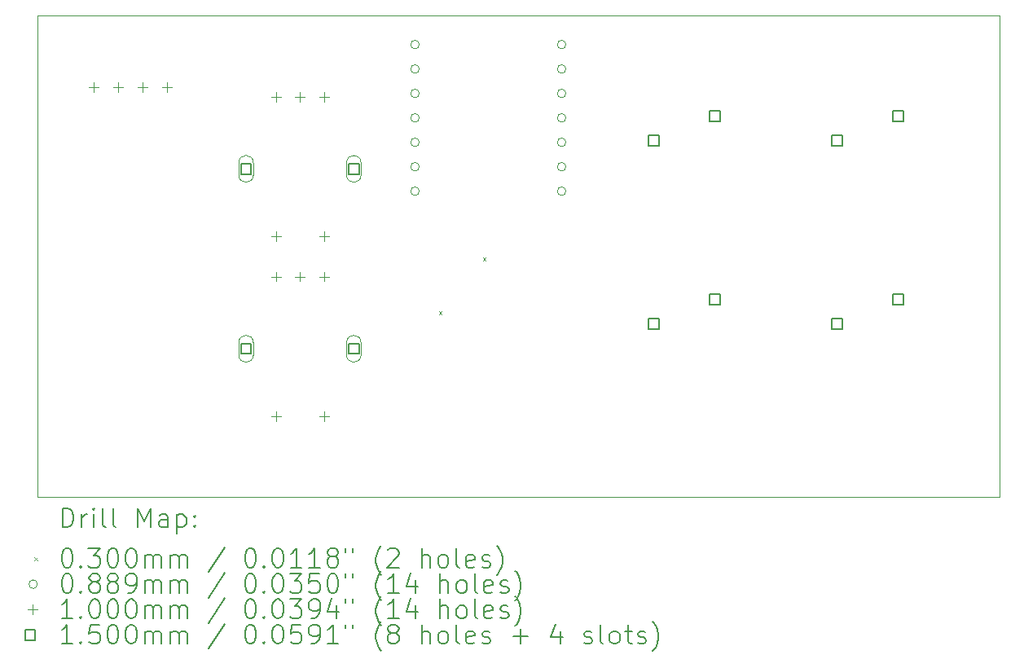
<source format=gbr>
%TF.GenerationSoftware,KiCad,Pcbnew,8.0.6*%
%TF.CreationDate,2025-05-30T09:44:14-05:00*%
%TF.ProjectId,HackPad,4861636b-5061-4642-9e6b-696361645f70,rev?*%
%TF.SameCoordinates,Original*%
%TF.FileFunction,Drillmap*%
%TF.FilePolarity,Positive*%
%FSLAX45Y45*%
G04 Gerber Fmt 4.5, Leading zero omitted, Abs format (unit mm)*
G04 Created by KiCad (PCBNEW 8.0.6) date 2025-05-30 09:44:14*
%MOMM*%
%LPD*%
G01*
G04 APERTURE LIST*
%ADD10C,0.050000*%
%ADD11C,0.200000*%
%ADD12C,0.100000*%
%ADD13C,0.150000*%
G04 APERTURE END LIST*
D10*
X8454375Y-8901563D02*
X18454375Y-8901563D01*
X18454375Y-13901562D01*
X8454375Y-13901562D01*
X8454375Y-8901563D01*
D11*
D12*
X12625000Y-11975000D02*
X12655000Y-12005000D01*
X12655000Y-11975000D02*
X12625000Y-12005000D01*
X13081875Y-11415000D02*
X13111875Y-11445000D01*
X13111875Y-11415000D02*
X13081875Y-11445000D01*
X12420450Y-9200000D02*
G75*
G02*
X12331550Y-9200000I-44450J0D01*
G01*
X12331550Y-9200000D02*
G75*
G02*
X12420450Y-9200000I44450J0D01*
G01*
X12420450Y-9454000D02*
G75*
G02*
X12331550Y-9454000I-44450J0D01*
G01*
X12331550Y-9454000D02*
G75*
G02*
X12420450Y-9454000I44450J0D01*
G01*
X12420450Y-9708000D02*
G75*
G02*
X12331550Y-9708000I-44450J0D01*
G01*
X12331550Y-9708000D02*
G75*
G02*
X12420450Y-9708000I44450J0D01*
G01*
X12420450Y-9962000D02*
G75*
G02*
X12331550Y-9962000I-44450J0D01*
G01*
X12331550Y-9962000D02*
G75*
G02*
X12420450Y-9962000I44450J0D01*
G01*
X12420450Y-10216000D02*
G75*
G02*
X12331550Y-10216000I-44450J0D01*
G01*
X12331550Y-10216000D02*
G75*
G02*
X12420450Y-10216000I44450J0D01*
G01*
X12420450Y-10470000D02*
G75*
G02*
X12331550Y-10470000I-44450J0D01*
G01*
X12331550Y-10470000D02*
G75*
G02*
X12420450Y-10470000I44450J0D01*
G01*
X12420450Y-10724000D02*
G75*
G02*
X12331550Y-10724000I-44450J0D01*
G01*
X12331550Y-10724000D02*
G75*
G02*
X12420450Y-10724000I44450J0D01*
G01*
X13944450Y-9200000D02*
G75*
G02*
X13855550Y-9200000I-44450J0D01*
G01*
X13855550Y-9200000D02*
G75*
G02*
X13944450Y-9200000I44450J0D01*
G01*
X13944450Y-9454000D02*
G75*
G02*
X13855550Y-9454000I-44450J0D01*
G01*
X13855550Y-9454000D02*
G75*
G02*
X13944450Y-9454000I44450J0D01*
G01*
X13944450Y-9708000D02*
G75*
G02*
X13855550Y-9708000I-44450J0D01*
G01*
X13855550Y-9708000D02*
G75*
G02*
X13944450Y-9708000I44450J0D01*
G01*
X13944450Y-9962000D02*
G75*
G02*
X13855550Y-9962000I-44450J0D01*
G01*
X13855550Y-9962000D02*
G75*
G02*
X13944450Y-9962000I44450J0D01*
G01*
X13944450Y-10216000D02*
G75*
G02*
X13855550Y-10216000I-44450J0D01*
G01*
X13855550Y-10216000D02*
G75*
G02*
X13944450Y-10216000I44450J0D01*
G01*
X13944450Y-10470000D02*
G75*
G02*
X13855550Y-10470000I-44450J0D01*
G01*
X13855550Y-10470000D02*
G75*
G02*
X13944450Y-10470000I44450J0D01*
G01*
X13944450Y-10724000D02*
G75*
G02*
X13855550Y-10724000I-44450J0D01*
G01*
X13855550Y-10724000D02*
G75*
G02*
X13944450Y-10724000I44450J0D01*
G01*
X9038000Y-9590063D02*
X9038000Y-9690063D01*
X8988000Y-9640063D02*
X9088000Y-9640063D01*
X9292000Y-9590063D02*
X9292000Y-9690063D01*
X9242000Y-9640063D02*
X9342000Y-9640063D01*
X9546000Y-9590063D02*
X9546000Y-9690063D01*
X9496000Y-9640063D02*
X9596000Y-9640063D01*
X9800000Y-9590063D02*
X9800000Y-9690063D01*
X9750000Y-9640063D02*
X9850000Y-9640063D01*
X10930000Y-9691875D02*
X10930000Y-9791875D01*
X10880000Y-9741875D02*
X10980000Y-9741875D01*
X10930000Y-11141875D02*
X10930000Y-11241875D01*
X10880000Y-11191875D02*
X10980000Y-11191875D01*
X10930000Y-11561250D02*
X10930000Y-11661250D01*
X10880000Y-11611250D02*
X10980000Y-11611250D01*
X10930000Y-13011250D02*
X10930000Y-13111250D01*
X10880000Y-13061250D02*
X10980000Y-13061250D01*
X11180000Y-9691875D02*
X11180000Y-9791875D01*
X11130000Y-9741875D02*
X11230000Y-9741875D01*
X11180000Y-11561250D02*
X11180000Y-11661250D01*
X11130000Y-11611250D02*
X11230000Y-11611250D01*
X11430000Y-9691875D02*
X11430000Y-9791875D01*
X11380000Y-9741875D02*
X11480000Y-9741875D01*
X11430000Y-11141875D02*
X11430000Y-11241875D01*
X11380000Y-11191875D02*
X11480000Y-11191875D01*
X11430000Y-11561250D02*
X11430000Y-11661250D01*
X11380000Y-11611250D02*
X11480000Y-11611250D01*
X11430000Y-13011250D02*
X11430000Y-13111250D01*
X11380000Y-13061250D02*
X11480000Y-13061250D01*
D13*
X10673034Y-10544909D02*
X10673034Y-10438842D01*
X10566967Y-10438842D01*
X10566967Y-10544909D01*
X10673034Y-10544909D01*
D12*
X10545000Y-10426875D02*
X10545000Y-10556875D01*
X10695000Y-10556875D02*
G75*
G02*
X10545000Y-10556875I-75000J0D01*
G01*
X10695000Y-10556875D02*
X10695000Y-10426875D01*
X10695000Y-10426875D02*
G75*
G03*
X10545000Y-10426875I-75000J0D01*
G01*
D13*
X10673034Y-12414283D02*
X10673034Y-12308216D01*
X10566967Y-12308216D01*
X10566967Y-12414283D01*
X10673034Y-12414283D01*
D12*
X10545000Y-12296250D02*
X10545000Y-12426250D01*
X10695000Y-12426250D02*
G75*
G02*
X10545000Y-12426250I-75000J0D01*
G01*
X10695000Y-12426250D02*
X10695000Y-12296250D01*
X10695000Y-12296250D02*
G75*
G03*
X10545000Y-12296250I-75000J0D01*
G01*
D13*
X11793033Y-10544909D02*
X11793033Y-10438842D01*
X11686966Y-10438842D01*
X11686966Y-10544909D01*
X11793033Y-10544909D01*
D12*
X11665000Y-10426875D02*
X11665000Y-10556875D01*
X11815000Y-10556875D02*
G75*
G02*
X11665000Y-10556875I-75000J0D01*
G01*
X11815000Y-10556875D02*
X11815000Y-10426875D01*
X11815000Y-10426875D02*
G75*
G03*
X11665000Y-10426875I-75000J0D01*
G01*
D13*
X11793033Y-12414283D02*
X11793033Y-12308216D01*
X11686966Y-12308216D01*
X11686966Y-12414283D01*
X11793033Y-12414283D01*
D12*
X11665000Y-12296250D02*
X11665000Y-12426250D01*
X11815000Y-12426250D02*
G75*
G02*
X11665000Y-12426250I-75000J0D01*
G01*
X11815000Y-12426250D02*
X11815000Y-12296250D01*
X11815000Y-12296250D02*
G75*
G03*
X11665000Y-12296250I-75000J0D01*
G01*
D13*
X14912033Y-10248096D02*
X14912033Y-10142029D01*
X14805966Y-10142029D01*
X14805966Y-10248096D01*
X14912033Y-10248096D01*
X14912033Y-12153096D02*
X14912033Y-12047029D01*
X14805966Y-12047029D01*
X14805966Y-12153096D01*
X14912033Y-12153096D01*
X15547033Y-9994096D02*
X15547033Y-9888029D01*
X15440966Y-9888029D01*
X15440966Y-9994096D01*
X15547033Y-9994096D01*
X15547033Y-11899096D02*
X15547033Y-11793029D01*
X15440966Y-11793029D01*
X15440966Y-11899096D01*
X15547033Y-11899096D01*
X16817034Y-10248096D02*
X16817034Y-10142029D01*
X16710966Y-10142029D01*
X16710966Y-10248096D01*
X16817034Y-10248096D01*
X16817034Y-12153096D02*
X16817034Y-12047029D01*
X16710966Y-12047029D01*
X16710966Y-12153096D01*
X16817034Y-12153096D01*
X17452034Y-9994096D02*
X17452034Y-9888029D01*
X17345967Y-9888029D01*
X17345967Y-9994096D01*
X17452034Y-9994096D01*
X17452034Y-11899096D02*
X17452034Y-11793029D01*
X17345967Y-11793029D01*
X17345967Y-11899096D01*
X17452034Y-11899096D01*
D11*
X8712652Y-14215546D02*
X8712652Y-14015546D01*
X8712652Y-14015546D02*
X8760271Y-14015546D01*
X8760271Y-14015546D02*
X8788842Y-14025070D01*
X8788842Y-14025070D02*
X8807890Y-14044118D01*
X8807890Y-14044118D02*
X8817414Y-14063165D01*
X8817414Y-14063165D02*
X8826938Y-14101260D01*
X8826938Y-14101260D02*
X8826938Y-14129832D01*
X8826938Y-14129832D02*
X8817414Y-14167927D01*
X8817414Y-14167927D02*
X8807890Y-14186975D01*
X8807890Y-14186975D02*
X8788842Y-14206022D01*
X8788842Y-14206022D02*
X8760271Y-14215546D01*
X8760271Y-14215546D02*
X8712652Y-14215546D01*
X8912652Y-14215546D02*
X8912652Y-14082213D01*
X8912652Y-14120308D02*
X8922176Y-14101260D01*
X8922176Y-14101260D02*
X8931699Y-14091737D01*
X8931699Y-14091737D02*
X8950747Y-14082213D01*
X8950747Y-14082213D02*
X8969795Y-14082213D01*
X9036461Y-14215546D02*
X9036461Y-14082213D01*
X9036461Y-14015546D02*
X9026938Y-14025070D01*
X9026938Y-14025070D02*
X9036461Y-14034594D01*
X9036461Y-14034594D02*
X9045985Y-14025070D01*
X9045985Y-14025070D02*
X9036461Y-14015546D01*
X9036461Y-14015546D02*
X9036461Y-14034594D01*
X9160271Y-14215546D02*
X9141223Y-14206022D01*
X9141223Y-14206022D02*
X9131699Y-14186975D01*
X9131699Y-14186975D02*
X9131699Y-14015546D01*
X9265033Y-14215546D02*
X9245985Y-14206022D01*
X9245985Y-14206022D02*
X9236461Y-14186975D01*
X9236461Y-14186975D02*
X9236461Y-14015546D01*
X9493604Y-14215546D02*
X9493604Y-14015546D01*
X9493604Y-14015546D02*
X9560271Y-14158403D01*
X9560271Y-14158403D02*
X9626938Y-14015546D01*
X9626938Y-14015546D02*
X9626938Y-14215546D01*
X9807890Y-14215546D02*
X9807890Y-14110784D01*
X9807890Y-14110784D02*
X9798366Y-14091737D01*
X9798366Y-14091737D02*
X9779319Y-14082213D01*
X9779319Y-14082213D02*
X9741223Y-14082213D01*
X9741223Y-14082213D02*
X9722176Y-14091737D01*
X9807890Y-14206022D02*
X9788842Y-14215546D01*
X9788842Y-14215546D02*
X9741223Y-14215546D01*
X9741223Y-14215546D02*
X9722176Y-14206022D01*
X9722176Y-14206022D02*
X9712652Y-14186975D01*
X9712652Y-14186975D02*
X9712652Y-14167927D01*
X9712652Y-14167927D02*
X9722176Y-14148880D01*
X9722176Y-14148880D02*
X9741223Y-14139356D01*
X9741223Y-14139356D02*
X9788842Y-14139356D01*
X9788842Y-14139356D02*
X9807890Y-14129832D01*
X9903128Y-14082213D02*
X9903128Y-14282213D01*
X9903128Y-14091737D02*
X9922176Y-14082213D01*
X9922176Y-14082213D02*
X9960271Y-14082213D01*
X9960271Y-14082213D02*
X9979319Y-14091737D01*
X9979319Y-14091737D02*
X9988842Y-14101260D01*
X9988842Y-14101260D02*
X9998366Y-14120308D01*
X9998366Y-14120308D02*
X9998366Y-14177451D01*
X9998366Y-14177451D02*
X9988842Y-14196499D01*
X9988842Y-14196499D02*
X9979319Y-14206022D01*
X9979319Y-14206022D02*
X9960271Y-14215546D01*
X9960271Y-14215546D02*
X9922176Y-14215546D01*
X9922176Y-14215546D02*
X9903128Y-14206022D01*
X10084080Y-14196499D02*
X10093604Y-14206022D01*
X10093604Y-14206022D02*
X10084080Y-14215546D01*
X10084080Y-14215546D02*
X10074557Y-14206022D01*
X10074557Y-14206022D02*
X10084080Y-14196499D01*
X10084080Y-14196499D02*
X10084080Y-14215546D01*
X10084080Y-14091737D02*
X10093604Y-14101260D01*
X10093604Y-14101260D02*
X10084080Y-14110784D01*
X10084080Y-14110784D02*
X10074557Y-14101260D01*
X10074557Y-14101260D02*
X10084080Y-14091737D01*
X10084080Y-14091737D02*
X10084080Y-14110784D01*
D12*
X8421875Y-14529062D02*
X8451875Y-14559062D01*
X8451875Y-14529062D02*
X8421875Y-14559062D01*
D11*
X8750747Y-14435546D02*
X8769795Y-14435546D01*
X8769795Y-14435546D02*
X8788842Y-14445070D01*
X8788842Y-14445070D02*
X8798366Y-14454594D01*
X8798366Y-14454594D02*
X8807890Y-14473641D01*
X8807890Y-14473641D02*
X8817414Y-14511737D01*
X8817414Y-14511737D02*
X8817414Y-14559356D01*
X8817414Y-14559356D02*
X8807890Y-14597451D01*
X8807890Y-14597451D02*
X8798366Y-14616499D01*
X8798366Y-14616499D02*
X8788842Y-14626022D01*
X8788842Y-14626022D02*
X8769795Y-14635546D01*
X8769795Y-14635546D02*
X8750747Y-14635546D01*
X8750747Y-14635546D02*
X8731699Y-14626022D01*
X8731699Y-14626022D02*
X8722176Y-14616499D01*
X8722176Y-14616499D02*
X8712652Y-14597451D01*
X8712652Y-14597451D02*
X8703128Y-14559356D01*
X8703128Y-14559356D02*
X8703128Y-14511737D01*
X8703128Y-14511737D02*
X8712652Y-14473641D01*
X8712652Y-14473641D02*
X8722176Y-14454594D01*
X8722176Y-14454594D02*
X8731699Y-14445070D01*
X8731699Y-14445070D02*
X8750747Y-14435546D01*
X8903128Y-14616499D02*
X8912652Y-14626022D01*
X8912652Y-14626022D02*
X8903128Y-14635546D01*
X8903128Y-14635546D02*
X8893604Y-14626022D01*
X8893604Y-14626022D02*
X8903128Y-14616499D01*
X8903128Y-14616499D02*
X8903128Y-14635546D01*
X8979319Y-14435546D02*
X9103128Y-14435546D01*
X9103128Y-14435546D02*
X9036461Y-14511737D01*
X9036461Y-14511737D02*
X9065033Y-14511737D01*
X9065033Y-14511737D02*
X9084080Y-14521260D01*
X9084080Y-14521260D02*
X9093604Y-14530784D01*
X9093604Y-14530784D02*
X9103128Y-14549832D01*
X9103128Y-14549832D02*
X9103128Y-14597451D01*
X9103128Y-14597451D02*
X9093604Y-14616499D01*
X9093604Y-14616499D02*
X9084080Y-14626022D01*
X9084080Y-14626022D02*
X9065033Y-14635546D01*
X9065033Y-14635546D02*
X9007890Y-14635546D01*
X9007890Y-14635546D02*
X8988842Y-14626022D01*
X8988842Y-14626022D02*
X8979319Y-14616499D01*
X9226938Y-14435546D02*
X9245985Y-14435546D01*
X9245985Y-14435546D02*
X9265033Y-14445070D01*
X9265033Y-14445070D02*
X9274557Y-14454594D01*
X9274557Y-14454594D02*
X9284080Y-14473641D01*
X9284080Y-14473641D02*
X9293604Y-14511737D01*
X9293604Y-14511737D02*
X9293604Y-14559356D01*
X9293604Y-14559356D02*
X9284080Y-14597451D01*
X9284080Y-14597451D02*
X9274557Y-14616499D01*
X9274557Y-14616499D02*
X9265033Y-14626022D01*
X9265033Y-14626022D02*
X9245985Y-14635546D01*
X9245985Y-14635546D02*
X9226938Y-14635546D01*
X9226938Y-14635546D02*
X9207890Y-14626022D01*
X9207890Y-14626022D02*
X9198366Y-14616499D01*
X9198366Y-14616499D02*
X9188842Y-14597451D01*
X9188842Y-14597451D02*
X9179319Y-14559356D01*
X9179319Y-14559356D02*
X9179319Y-14511737D01*
X9179319Y-14511737D02*
X9188842Y-14473641D01*
X9188842Y-14473641D02*
X9198366Y-14454594D01*
X9198366Y-14454594D02*
X9207890Y-14445070D01*
X9207890Y-14445070D02*
X9226938Y-14435546D01*
X9417414Y-14435546D02*
X9436461Y-14435546D01*
X9436461Y-14435546D02*
X9455509Y-14445070D01*
X9455509Y-14445070D02*
X9465033Y-14454594D01*
X9465033Y-14454594D02*
X9474557Y-14473641D01*
X9474557Y-14473641D02*
X9484080Y-14511737D01*
X9484080Y-14511737D02*
X9484080Y-14559356D01*
X9484080Y-14559356D02*
X9474557Y-14597451D01*
X9474557Y-14597451D02*
X9465033Y-14616499D01*
X9465033Y-14616499D02*
X9455509Y-14626022D01*
X9455509Y-14626022D02*
X9436461Y-14635546D01*
X9436461Y-14635546D02*
X9417414Y-14635546D01*
X9417414Y-14635546D02*
X9398366Y-14626022D01*
X9398366Y-14626022D02*
X9388842Y-14616499D01*
X9388842Y-14616499D02*
X9379319Y-14597451D01*
X9379319Y-14597451D02*
X9369795Y-14559356D01*
X9369795Y-14559356D02*
X9369795Y-14511737D01*
X9369795Y-14511737D02*
X9379319Y-14473641D01*
X9379319Y-14473641D02*
X9388842Y-14454594D01*
X9388842Y-14454594D02*
X9398366Y-14445070D01*
X9398366Y-14445070D02*
X9417414Y-14435546D01*
X9569795Y-14635546D02*
X9569795Y-14502213D01*
X9569795Y-14521260D02*
X9579319Y-14511737D01*
X9579319Y-14511737D02*
X9598366Y-14502213D01*
X9598366Y-14502213D02*
X9626938Y-14502213D01*
X9626938Y-14502213D02*
X9645985Y-14511737D01*
X9645985Y-14511737D02*
X9655509Y-14530784D01*
X9655509Y-14530784D02*
X9655509Y-14635546D01*
X9655509Y-14530784D02*
X9665033Y-14511737D01*
X9665033Y-14511737D02*
X9684080Y-14502213D01*
X9684080Y-14502213D02*
X9712652Y-14502213D01*
X9712652Y-14502213D02*
X9731700Y-14511737D01*
X9731700Y-14511737D02*
X9741223Y-14530784D01*
X9741223Y-14530784D02*
X9741223Y-14635546D01*
X9836461Y-14635546D02*
X9836461Y-14502213D01*
X9836461Y-14521260D02*
X9845985Y-14511737D01*
X9845985Y-14511737D02*
X9865033Y-14502213D01*
X9865033Y-14502213D02*
X9893604Y-14502213D01*
X9893604Y-14502213D02*
X9912652Y-14511737D01*
X9912652Y-14511737D02*
X9922176Y-14530784D01*
X9922176Y-14530784D02*
X9922176Y-14635546D01*
X9922176Y-14530784D02*
X9931700Y-14511737D01*
X9931700Y-14511737D02*
X9950747Y-14502213D01*
X9950747Y-14502213D02*
X9979319Y-14502213D01*
X9979319Y-14502213D02*
X9998366Y-14511737D01*
X9998366Y-14511737D02*
X10007890Y-14530784D01*
X10007890Y-14530784D02*
X10007890Y-14635546D01*
X10398366Y-14426022D02*
X10226938Y-14683165D01*
X10655509Y-14435546D02*
X10674557Y-14435546D01*
X10674557Y-14435546D02*
X10693604Y-14445070D01*
X10693604Y-14445070D02*
X10703128Y-14454594D01*
X10703128Y-14454594D02*
X10712652Y-14473641D01*
X10712652Y-14473641D02*
X10722176Y-14511737D01*
X10722176Y-14511737D02*
X10722176Y-14559356D01*
X10722176Y-14559356D02*
X10712652Y-14597451D01*
X10712652Y-14597451D02*
X10703128Y-14616499D01*
X10703128Y-14616499D02*
X10693604Y-14626022D01*
X10693604Y-14626022D02*
X10674557Y-14635546D01*
X10674557Y-14635546D02*
X10655509Y-14635546D01*
X10655509Y-14635546D02*
X10636462Y-14626022D01*
X10636462Y-14626022D02*
X10626938Y-14616499D01*
X10626938Y-14616499D02*
X10617414Y-14597451D01*
X10617414Y-14597451D02*
X10607890Y-14559356D01*
X10607890Y-14559356D02*
X10607890Y-14511737D01*
X10607890Y-14511737D02*
X10617414Y-14473641D01*
X10617414Y-14473641D02*
X10626938Y-14454594D01*
X10626938Y-14454594D02*
X10636462Y-14445070D01*
X10636462Y-14445070D02*
X10655509Y-14435546D01*
X10807890Y-14616499D02*
X10817414Y-14626022D01*
X10817414Y-14626022D02*
X10807890Y-14635546D01*
X10807890Y-14635546D02*
X10798366Y-14626022D01*
X10798366Y-14626022D02*
X10807890Y-14616499D01*
X10807890Y-14616499D02*
X10807890Y-14635546D01*
X10941223Y-14435546D02*
X10960271Y-14435546D01*
X10960271Y-14435546D02*
X10979319Y-14445070D01*
X10979319Y-14445070D02*
X10988843Y-14454594D01*
X10988843Y-14454594D02*
X10998366Y-14473641D01*
X10998366Y-14473641D02*
X11007890Y-14511737D01*
X11007890Y-14511737D02*
X11007890Y-14559356D01*
X11007890Y-14559356D02*
X10998366Y-14597451D01*
X10998366Y-14597451D02*
X10988843Y-14616499D01*
X10988843Y-14616499D02*
X10979319Y-14626022D01*
X10979319Y-14626022D02*
X10960271Y-14635546D01*
X10960271Y-14635546D02*
X10941223Y-14635546D01*
X10941223Y-14635546D02*
X10922176Y-14626022D01*
X10922176Y-14626022D02*
X10912652Y-14616499D01*
X10912652Y-14616499D02*
X10903128Y-14597451D01*
X10903128Y-14597451D02*
X10893604Y-14559356D01*
X10893604Y-14559356D02*
X10893604Y-14511737D01*
X10893604Y-14511737D02*
X10903128Y-14473641D01*
X10903128Y-14473641D02*
X10912652Y-14454594D01*
X10912652Y-14454594D02*
X10922176Y-14445070D01*
X10922176Y-14445070D02*
X10941223Y-14435546D01*
X11198366Y-14635546D02*
X11084081Y-14635546D01*
X11141223Y-14635546D02*
X11141223Y-14435546D01*
X11141223Y-14435546D02*
X11122176Y-14464118D01*
X11122176Y-14464118D02*
X11103128Y-14483165D01*
X11103128Y-14483165D02*
X11084081Y-14492689D01*
X11388842Y-14635546D02*
X11274557Y-14635546D01*
X11331700Y-14635546D02*
X11331700Y-14435546D01*
X11331700Y-14435546D02*
X11312652Y-14464118D01*
X11312652Y-14464118D02*
X11293604Y-14483165D01*
X11293604Y-14483165D02*
X11274557Y-14492689D01*
X11503128Y-14521260D02*
X11484081Y-14511737D01*
X11484081Y-14511737D02*
X11474557Y-14502213D01*
X11474557Y-14502213D02*
X11465033Y-14483165D01*
X11465033Y-14483165D02*
X11465033Y-14473641D01*
X11465033Y-14473641D02*
X11474557Y-14454594D01*
X11474557Y-14454594D02*
X11484081Y-14445070D01*
X11484081Y-14445070D02*
X11503128Y-14435546D01*
X11503128Y-14435546D02*
X11541223Y-14435546D01*
X11541223Y-14435546D02*
X11560271Y-14445070D01*
X11560271Y-14445070D02*
X11569795Y-14454594D01*
X11569795Y-14454594D02*
X11579319Y-14473641D01*
X11579319Y-14473641D02*
X11579319Y-14483165D01*
X11579319Y-14483165D02*
X11569795Y-14502213D01*
X11569795Y-14502213D02*
X11560271Y-14511737D01*
X11560271Y-14511737D02*
X11541223Y-14521260D01*
X11541223Y-14521260D02*
X11503128Y-14521260D01*
X11503128Y-14521260D02*
X11484081Y-14530784D01*
X11484081Y-14530784D02*
X11474557Y-14540308D01*
X11474557Y-14540308D02*
X11465033Y-14559356D01*
X11465033Y-14559356D02*
X11465033Y-14597451D01*
X11465033Y-14597451D02*
X11474557Y-14616499D01*
X11474557Y-14616499D02*
X11484081Y-14626022D01*
X11484081Y-14626022D02*
X11503128Y-14635546D01*
X11503128Y-14635546D02*
X11541223Y-14635546D01*
X11541223Y-14635546D02*
X11560271Y-14626022D01*
X11560271Y-14626022D02*
X11569795Y-14616499D01*
X11569795Y-14616499D02*
X11579319Y-14597451D01*
X11579319Y-14597451D02*
X11579319Y-14559356D01*
X11579319Y-14559356D02*
X11569795Y-14540308D01*
X11569795Y-14540308D02*
X11560271Y-14530784D01*
X11560271Y-14530784D02*
X11541223Y-14521260D01*
X11655509Y-14435546D02*
X11655509Y-14473641D01*
X11731700Y-14435546D02*
X11731700Y-14473641D01*
X12026938Y-14711737D02*
X12017414Y-14702213D01*
X12017414Y-14702213D02*
X11998366Y-14673641D01*
X11998366Y-14673641D02*
X11988843Y-14654594D01*
X11988843Y-14654594D02*
X11979319Y-14626022D01*
X11979319Y-14626022D02*
X11969795Y-14578403D01*
X11969795Y-14578403D02*
X11969795Y-14540308D01*
X11969795Y-14540308D02*
X11979319Y-14492689D01*
X11979319Y-14492689D02*
X11988843Y-14464118D01*
X11988843Y-14464118D02*
X11998366Y-14445070D01*
X11998366Y-14445070D02*
X12017414Y-14416499D01*
X12017414Y-14416499D02*
X12026938Y-14406975D01*
X12093604Y-14454594D02*
X12103128Y-14445070D01*
X12103128Y-14445070D02*
X12122176Y-14435546D01*
X12122176Y-14435546D02*
X12169795Y-14435546D01*
X12169795Y-14435546D02*
X12188843Y-14445070D01*
X12188843Y-14445070D02*
X12198366Y-14454594D01*
X12198366Y-14454594D02*
X12207890Y-14473641D01*
X12207890Y-14473641D02*
X12207890Y-14492689D01*
X12207890Y-14492689D02*
X12198366Y-14521260D01*
X12198366Y-14521260D02*
X12084081Y-14635546D01*
X12084081Y-14635546D02*
X12207890Y-14635546D01*
X12445985Y-14635546D02*
X12445985Y-14435546D01*
X12531700Y-14635546D02*
X12531700Y-14530784D01*
X12531700Y-14530784D02*
X12522176Y-14511737D01*
X12522176Y-14511737D02*
X12503128Y-14502213D01*
X12503128Y-14502213D02*
X12474557Y-14502213D01*
X12474557Y-14502213D02*
X12455509Y-14511737D01*
X12455509Y-14511737D02*
X12445985Y-14521260D01*
X12655509Y-14635546D02*
X12636462Y-14626022D01*
X12636462Y-14626022D02*
X12626938Y-14616499D01*
X12626938Y-14616499D02*
X12617414Y-14597451D01*
X12617414Y-14597451D02*
X12617414Y-14540308D01*
X12617414Y-14540308D02*
X12626938Y-14521260D01*
X12626938Y-14521260D02*
X12636462Y-14511737D01*
X12636462Y-14511737D02*
X12655509Y-14502213D01*
X12655509Y-14502213D02*
X12684081Y-14502213D01*
X12684081Y-14502213D02*
X12703128Y-14511737D01*
X12703128Y-14511737D02*
X12712652Y-14521260D01*
X12712652Y-14521260D02*
X12722176Y-14540308D01*
X12722176Y-14540308D02*
X12722176Y-14597451D01*
X12722176Y-14597451D02*
X12712652Y-14616499D01*
X12712652Y-14616499D02*
X12703128Y-14626022D01*
X12703128Y-14626022D02*
X12684081Y-14635546D01*
X12684081Y-14635546D02*
X12655509Y-14635546D01*
X12836462Y-14635546D02*
X12817414Y-14626022D01*
X12817414Y-14626022D02*
X12807890Y-14606975D01*
X12807890Y-14606975D02*
X12807890Y-14435546D01*
X12988843Y-14626022D02*
X12969795Y-14635546D01*
X12969795Y-14635546D02*
X12931700Y-14635546D01*
X12931700Y-14635546D02*
X12912652Y-14626022D01*
X12912652Y-14626022D02*
X12903128Y-14606975D01*
X12903128Y-14606975D02*
X12903128Y-14530784D01*
X12903128Y-14530784D02*
X12912652Y-14511737D01*
X12912652Y-14511737D02*
X12931700Y-14502213D01*
X12931700Y-14502213D02*
X12969795Y-14502213D01*
X12969795Y-14502213D02*
X12988843Y-14511737D01*
X12988843Y-14511737D02*
X12998366Y-14530784D01*
X12998366Y-14530784D02*
X12998366Y-14549832D01*
X12998366Y-14549832D02*
X12903128Y-14568880D01*
X13074557Y-14626022D02*
X13093605Y-14635546D01*
X13093605Y-14635546D02*
X13131700Y-14635546D01*
X13131700Y-14635546D02*
X13150747Y-14626022D01*
X13150747Y-14626022D02*
X13160271Y-14606975D01*
X13160271Y-14606975D02*
X13160271Y-14597451D01*
X13160271Y-14597451D02*
X13150747Y-14578403D01*
X13150747Y-14578403D02*
X13131700Y-14568880D01*
X13131700Y-14568880D02*
X13103128Y-14568880D01*
X13103128Y-14568880D02*
X13084081Y-14559356D01*
X13084081Y-14559356D02*
X13074557Y-14540308D01*
X13074557Y-14540308D02*
X13074557Y-14530784D01*
X13074557Y-14530784D02*
X13084081Y-14511737D01*
X13084081Y-14511737D02*
X13103128Y-14502213D01*
X13103128Y-14502213D02*
X13131700Y-14502213D01*
X13131700Y-14502213D02*
X13150747Y-14511737D01*
X13226938Y-14711737D02*
X13236462Y-14702213D01*
X13236462Y-14702213D02*
X13255509Y-14673641D01*
X13255509Y-14673641D02*
X13265033Y-14654594D01*
X13265033Y-14654594D02*
X13274557Y-14626022D01*
X13274557Y-14626022D02*
X13284081Y-14578403D01*
X13284081Y-14578403D02*
X13284081Y-14540308D01*
X13284081Y-14540308D02*
X13274557Y-14492689D01*
X13274557Y-14492689D02*
X13265033Y-14464118D01*
X13265033Y-14464118D02*
X13255509Y-14445070D01*
X13255509Y-14445070D02*
X13236462Y-14416499D01*
X13236462Y-14416499D02*
X13226938Y-14406975D01*
D12*
X8451875Y-14808062D02*
G75*
G02*
X8362975Y-14808062I-44450J0D01*
G01*
X8362975Y-14808062D02*
G75*
G02*
X8451875Y-14808062I44450J0D01*
G01*
D11*
X8750747Y-14699546D02*
X8769795Y-14699546D01*
X8769795Y-14699546D02*
X8788842Y-14709070D01*
X8788842Y-14709070D02*
X8798366Y-14718594D01*
X8798366Y-14718594D02*
X8807890Y-14737641D01*
X8807890Y-14737641D02*
X8817414Y-14775737D01*
X8817414Y-14775737D02*
X8817414Y-14823356D01*
X8817414Y-14823356D02*
X8807890Y-14861451D01*
X8807890Y-14861451D02*
X8798366Y-14880499D01*
X8798366Y-14880499D02*
X8788842Y-14890022D01*
X8788842Y-14890022D02*
X8769795Y-14899546D01*
X8769795Y-14899546D02*
X8750747Y-14899546D01*
X8750747Y-14899546D02*
X8731699Y-14890022D01*
X8731699Y-14890022D02*
X8722176Y-14880499D01*
X8722176Y-14880499D02*
X8712652Y-14861451D01*
X8712652Y-14861451D02*
X8703128Y-14823356D01*
X8703128Y-14823356D02*
X8703128Y-14775737D01*
X8703128Y-14775737D02*
X8712652Y-14737641D01*
X8712652Y-14737641D02*
X8722176Y-14718594D01*
X8722176Y-14718594D02*
X8731699Y-14709070D01*
X8731699Y-14709070D02*
X8750747Y-14699546D01*
X8903128Y-14880499D02*
X8912652Y-14890022D01*
X8912652Y-14890022D02*
X8903128Y-14899546D01*
X8903128Y-14899546D02*
X8893604Y-14890022D01*
X8893604Y-14890022D02*
X8903128Y-14880499D01*
X8903128Y-14880499D02*
X8903128Y-14899546D01*
X9026938Y-14785260D02*
X9007890Y-14775737D01*
X9007890Y-14775737D02*
X8998366Y-14766213D01*
X8998366Y-14766213D02*
X8988842Y-14747165D01*
X8988842Y-14747165D02*
X8988842Y-14737641D01*
X8988842Y-14737641D02*
X8998366Y-14718594D01*
X8998366Y-14718594D02*
X9007890Y-14709070D01*
X9007890Y-14709070D02*
X9026938Y-14699546D01*
X9026938Y-14699546D02*
X9065033Y-14699546D01*
X9065033Y-14699546D02*
X9084080Y-14709070D01*
X9084080Y-14709070D02*
X9093604Y-14718594D01*
X9093604Y-14718594D02*
X9103128Y-14737641D01*
X9103128Y-14737641D02*
X9103128Y-14747165D01*
X9103128Y-14747165D02*
X9093604Y-14766213D01*
X9093604Y-14766213D02*
X9084080Y-14775737D01*
X9084080Y-14775737D02*
X9065033Y-14785260D01*
X9065033Y-14785260D02*
X9026938Y-14785260D01*
X9026938Y-14785260D02*
X9007890Y-14794784D01*
X9007890Y-14794784D02*
X8998366Y-14804308D01*
X8998366Y-14804308D02*
X8988842Y-14823356D01*
X8988842Y-14823356D02*
X8988842Y-14861451D01*
X8988842Y-14861451D02*
X8998366Y-14880499D01*
X8998366Y-14880499D02*
X9007890Y-14890022D01*
X9007890Y-14890022D02*
X9026938Y-14899546D01*
X9026938Y-14899546D02*
X9065033Y-14899546D01*
X9065033Y-14899546D02*
X9084080Y-14890022D01*
X9084080Y-14890022D02*
X9093604Y-14880499D01*
X9093604Y-14880499D02*
X9103128Y-14861451D01*
X9103128Y-14861451D02*
X9103128Y-14823356D01*
X9103128Y-14823356D02*
X9093604Y-14804308D01*
X9093604Y-14804308D02*
X9084080Y-14794784D01*
X9084080Y-14794784D02*
X9065033Y-14785260D01*
X9217414Y-14785260D02*
X9198366Y-14775737D01*
X9198366Y-14775737D02*
X9188842Y-14766213D01*
X9188842Y-14766213D02*
X9179319Y-14747165D01*
X9179319Y-14747165D02*
X9179319Y-14737641D01*
X9179319Y-14737641D02*
X9188842Y-14718594D01*
X9188842Y-14718594D02*
X9198366Y-14709070D01*
X9198366Y-14709070D02*
X9217414Y-14699546D01*
X9217414Y-14699546D02*
X9255509Y-14699546D01*
X9255509Y-14699546D02*
X9274557Y-14709070D01*
X9274557Y-14709070D02*
X9284080Y-14718594D01*
X9284080Y-14718594D02*
X9293604Y-14737641D01*
X9293604Y-14737641D02*
X9293604Y-14747165D01*
X9293604Y-14747165D02*
X9284080Y-14766213D01*
X9284080Y-14766213D02*
X9274557Y-14775737D01*
X9274557Y-14775737D02*
X9255509Y-14785260D01*
X9255509Y-14785260D02*
X9217414Y-14785260D01*
X9217414Y-14785260D02*
X9198366Y-14794784D01*
X9198366Y-14794784D02*
X9188842Y-14804308D01*
X9188842Y-14804308D02*
X9179319Y-14823356D01*
X9179319Y-14823356D02*
X9179319Y-14861451D01*
X9179319Y-14861451D02*
X9188842Y-14880499D01*
X9188842Y-14880499D02*
X9198366Y-14890022D01*
X9198366Y-14890022D02*
X9217414Y-14899546D01*
X9217414Y-14899546D02*
X9255509Y-14899546D01*
X9255509Y-14899546D02*
X9274557Y-14890022D01*
X9274557Y-14890022D02*
X9284080Y-14880499D01*
X9284080Y-14880499D02*
X9293604Y-14861451D01*
X9293604Y-14861451D02*
X9293604Y-14823356D01*
X9293604Y-14823356D02*
X9284080Y-14804308D01*
X9284080Y-14804308D02*
X9274557Y-14794784D01*
X9274557Y-14794784D02*
X9255509Y-14785260D01*
X9388842Y-14899546D02*
X9426938Y-14899546D01*
X9426938Y-14899546D02*
X9445985Y-14890022D01*
X9445985Y-14890022D02*
X9455509Y-14880499D01*
X9455509Y-14880499D02*
X9474557Y-14851927D01*
X9474557Y-14851927D02*
X9484080Y-14813832D01*
X9484080Y-14813832D02*
X9484080Y-14737641D01*
X9484080Y-14737641D02*
X9474557Y-14718594D01*
X9474557Y-14718594D02*
X9465033Y-14709070D01*
X9465033Y-14709070D02*
X9445985Y-14699546D01*
X9445985Y-14699546D02*
X9407890Y-14699546D01*
X9407890Y-14699546D02*
X9388842Y-14709070D01*
X9388842Y-14709070D02*
X9379319Y-14718594D01*
X9379319Y-14718594D02*
X9369795Y-14737641D01*
X9369795Y-14737641D02*
X9369795Y-14785260D01*
X9369795Y-14785260D02*
X9379319Y-14804308D01*
X9379319Y-14804308D02*
X9388842Y-14813832D01*
X9388842Y-14813832D02*
X9407890Y-14823356D01*
X9407890Y-14823356D02*
X9445985Y-14823356D01*
X9445985Y-14823356D02*
X9465033Y-14813832D01*
X9465033Y-14813832D02*
X9474557Y-14804308D01*
X9474557Y-14804308D02*
X9484080Y-14785260D01*
X9569795Y-14899546D02*
X9569795Y-14766213D01*
X9569795Y-14785260D02*
X9579319Y-14775737D01*
X9579319Y-14775737D02*
X9598366Y-14766213D01*
X9598366Y-14766213D02*
X9626938Y-14766213D01*
X9626938Y-14766213D02*
X9645985Y-14775737D01*
X9645985Y-14775737D02*
X9655509Y-14794784D01*
X9655509Y-14794784D02*
X9655509Y-14899546D01*
X9655509Y-14794784D02*
X9665033Y-14775737D01*
X9665033Y-14775737D02*
X9684080Y-14766213D01*
X9684080Y-14766213D02*
X9712652Y-14766213D01*
X9712652Y-14766213D02*
X9731700Y-14775737D01*
X9731700Y-14775737D02*
X9741223Y-14794784D01*
X9741223Y-14794784D02*
X9741223Y-14899546D01*
X9836461Y-14899546D02*
X9836461Y-14766213D01*
X9836461Y-14785260D02*
X9845985Y-14775737D01*
X9845985Y-14775737D02*
X9865033Y-14766213D01*
X9865033Y-14766213D02*
X9893604Y-14766213D01*
X9893604Y-14766213D02*
X9912652Y-14775737D01*
X9912652Y-14775737D02*
X9922176Y-14794784D01*
X9922176Y-14794784D02*
X9922176Y-14899546D01*
X9922176Y-14794784D02*
X9931700Y-14775737D01*
X9931700Y-14775737D02*
X9950747Y-14766213D01*
X9950747Y-14766213D02*
X9979319Y-14766213D01*
X9979319Y-14766213D02*
X9998366Y-14775737D01*
X9998366Y-14775737D02*
X10007890Y-14794784D01*
X10007890Y-14794784D02*
X10007890Y-14899546D01*
X10398366Y-14690022D02*
X10226938Y-14947165D01*
X10655509Y-14699546D02*
X10674557Y-14699546D01*
X10674557Y-14699546D02*
X10693604Y-14709070D01*
X10693604Y-14709070D02*
X10703128Y-14718594D01*
X10703128Y-14718594D02*
X10712652Y-14737641D01*
X10712652Y-14737641D02*
X10722176Y-14775737D01*
X10722176Y-14775737D02*
X10722176Y-14823356D01*
X10722176Y-14823356D02*
X10712652Y-14861451D01*
X10712652Y-14861451D02*
X10703128Y-14880499D01*
X10703128Y-14880499D02*
X10693604Y-14890022D01*
X10693604Y-14890022D02*
X10674557Y-14899546D01*
X10674557Y-14899546D02*
X10655509Y-14899546D01*
X10655509Y-14899546D02*
X10636462Y-14890022D01*
X10636462Y-14890022D02*
X10626938Y-14880499D01*
X10626938Y-14880499D02*
X10617414Y-14861451D01*
X10617414Y-14861451D02*
X10607890Y-14823356D01*
X10607890Y-14823356D02*
X10607890Y-14775737D01*
X10607890Y-14775737D02*
X10617414Y-14737641D01*
X10617414Y-14737641D02*
X10626938Y-14718594D01*
X10626938Y-14718594D02*
X10636462Y-14709070D01*
X10636462Y-14709070D02*
X10655509Y-14699546D01*
X10807890Y-14880499D02*
X10817414Y-14890022D01*
X10817414Y-14890022D02*
X10807890Y-14899546D01*
X10807890Y-14899546D02*
X10798366Y-14890022D01*
X10798366Y-14890022D02*
X10807890Y-14880499D01*
X10807890Y-14880499D02*
X10807890Y-14899546D01*
X10941223Y-14699546D02*
X10960271Y-14699546D01*
X10960271Y-14699546D02*
X10979319Y-14709070D01*
X10979319Y-14709070D02*
X10988843Y-14718594D01*
X10988843Y-14718594D02*
X10998366Y-14737641D01*
X10998366Y-14737641D02*
X11007890Y-14775737D01*
X11007890Y-14775737D02*
X11007890Y-14823356D01*
X11007890Y-14823356D02*
X10998366Y-14861451D01*
X10998366Y-14861451D02*
X10988843Y-14880499D01*
X10988843Y-14880499D02*
X10979319Y-14890022D01*
X10979319Y-14890022D02*
X10960271Y-14899546D01*
X10960271Y-14899546D02*
X10941223Y-14899546D01*
X10941223Y-14899546D02*
X10922176Y-14890022D01*
X10922176Y-14890022D02*
X10912652Y-14880499D01*
X10912652Y-14880499D02*
X10903128Y-14861451D01*
X10903128Y-14861451D02*
X10893604Y-14823356D01*
X10893604Y-14823356D02*
X10893604Y-14775737D01*
X10893604Y-14775737D02*
X10903128Y-14737641D01*
X10903128Y-14737641D02*
X10912652Y-14718594D01*
X10912652Y-14718594D02*
X10922176Y-14709070D01*
X10922176Y-14709070D02*
X10941223Y-14699546D01*
X11074557Y-14699546D02*
X11198366Y-14699546D01*
X11198366Y-14699546D02*
X11131700Y-14775737D01*
X11131700Y-14775737D02*
X11160271Y-14775737D01*
X11160271Y-14775737D02*
X11179319Y-14785260D01*
X11179319Y-14785260D02*
X11188842Y-14794784D01*
X11188842Y-14794784D02*
X11198366Y-14813832D01*
X11198366Y-14813832D02*
X11198366Y-14861451D01*
X11198366Y-14861451D02*
X11188842Y-14880499D01*
X11188842Y-14880499D02*
X11179319Y-14890022D01*
X11179319Y-14890022D02*
X11160271Y-14899546D01*
X11160271Y-14899546D02*
X11103128Y-14899546D01*
X11103128Y-14899546D02*
X11084081Y-14890022D01*
X11084081Y-14890022D02*
X11074557Y-14880499D01*
X11379319Y-14699546D02*
X11284081Y-14699546D01*
X11284081Y-14699546D02*
X11274557Y-14794784D01*
X11274557Y-14794784D02*
X11284081Y-14785260D01*
X11284081Y-14785260D02*
X11303128Y-14775737D01*
X11303128Y-14775737D02*
X11350747Y-14775737D01*
X11350747Y-14775737D02*
X11369795Y-14785260D01*
X11369795Y-14785260D02*
X11379319Y-14794784D01*
X11379319Y-14794784D02*
X11388842Y-14813832D01*
X11388842Y-14813832D02*
X11388842Y-14861451D01*
X11388842Y-14861451D02*
X11379319Y-14880499D01*
X11379319Y-14880499D02*
X11369795Y-14890022D01*
X11369795Y-14890022D02*
X11350747Y-14899546D01*
X11350747Y-14899546D02*
X11303128Y-14899546D01*
X11303128Y-14899546D02*
X11284081Y-14890022D01*
X11284081Y-14890022D02*
X11274557Y-14880499D01*
X11512652Y-14699546D02*
X11531700Y-14699546D01*
X11531700Y-14699546D02*
X11550747Y-14709070D01*
X11550747Y-14709070D02*
X11560271Y-14718594D01*
X11560271Y-14718594D02*
X11569795Y-14737641D01*
X11569795Y-14737641D02*
X11579319Y-14775737D01*
X11579319Y-14775737D02*
X11579319Y-14823356D01*
X11579319Y-14823356D02*
X11569795Y-14861451D01*
X11569795Y-14861451D02*
X11560271Y-14880499D01*
X11560271Y-14880499D02*
X11550747Y-14890022D01*
X11550747Y-14890022D02*
X11531700Y-14899546D01*
X11531700Y-14899546D02*
X11512652Y-14899546D01*
X11512652Y-14899546D02*
X11493604Y-14890022D01*
X11493604Y-14890022D02*
X11484081Y-14880499D01*
X11484081Y-14880499D02*
X11474557Y-14861451D01*
X11474557Y-14861451D02*
X11465033Y-14823356D01*
X11465033Y-14823356D02*
X11465033Y-14775737D01*
X11465033Y-14775737D02*
X11474557Y-14737641D01*
X11474557Y-14737641D02*
X11484081Y-14718594D01*
X11484081Y-14718594D02*
X11493604Y-14709070D01*
X11493604Y-14709070D02*
X11512652Y-14699546D01*
X11655509Y-14699546D02*
X11655509Y-14737641D01*
X11731700Y-14699546D02*
X11731700Y-14737641D01*
X12026938Y-14975737D02*
X12017414Y-14966213D01*
X12017414Y-14966213D02*
X11998366Y-14937641D01*
X11998366Y-14937641D02*
X11988843Y-14918594D01*
X11988843Y-14918594D02*
X11979319Y-14890022D01*
X11979319Y-14890022D02*
X11969795Y-14842403D01*
X11969795Y-14842403D02*
X11969795Y-14804308D01*
X11969795Y-14804308D02*
X11979319Y-14756689D01*
X11979319Y-14756689D02*
X11988843Y-14728118D01*
X11988843Y-14728118D02*
X11998366Y-14709070D01*
X11998366Y-14709070D02*
X12017414Y-14680499D01*
X12017414Y-14680499D02*
X12026938Y-14670975D01*
X12207890Y-14899546D02*
X12093604Y-14899546D01*
X12150747Y-14899546D02*
X12150747Y-14699546D01*
X12150747Y-14699546D02*
X12131700Y-14728118D01*
X12131700Y-14728118D02*
X12112652Y-14747165D01*
X12112652Y-14747165D02*
X12093604Y-14756689D01*
X12379319Y-14766213D02*
X12379319Y-14899546D01*
X12331700Y-14690022D02*
X12284081Y-14832880D01*
X12284081Y-14832880D02*
X12407890Y-14832880D01*
X12636462Y-14899546D02*
X12636462Y-14699546D01*
X12722176Y-14899546D02*
X12722176Y-14794784D01*
X12722176Y-14794784D02*
X12712652Y-14775737D01*
X12712652Y-14775737D02*
X12693605Y-14766213D01*
X12693605Y-14766213D02*
X12665033Y-14766213D01*
X12665033Y-14766213D02*
X12645985Y-14775737D01*
X12645985Y-14775737D02*
X12636462Y-14785260D01*
X12845985Y-14899546D02*
X12826938Y-14890022D01*
X12826938Y-14890022D02*
X12817414Y-14880499D01*
X12817414Y-14880499D02*
X12807890Y-14861451D01*
X12807890Y-14861451D02*
X12807890Y-14804308D01*
X12807890Y-14804308D02*
X12817414Y-14785260D01*
X12817414Y-14785260D02*
X12826938Y-14775737D01*
X12826938Y-14775737D02*
X12845985Y-14766213D01*
X12845985Y-14766213D02*
X12874557Y-14766213D01*
X12874557Y-14766213D02*
X12893605Y-14775737D01*
X12893605Y-14775737D02*
X12903128Y-14785260D01*
X12903128Y-14785260D02*
X12912652Y-14804308D01*
X12912652Y-14804308D02*
X12912652Y-14861451D01*
X12912652Y-14861451D02*
X12903128Y-14880499D01*
X12903128Y-14880499D02*
X12893605Y-14890022D01*
X12893605Y-14890022D02*
X12874557Y-14899546D01*
X12874557Y-14899546D02*
X12845985Y-14899546D01*
X13026938Y-14899546D02*
X13007890Y-14890022D01*
X13007890Y-14890022D02*
X12998366Y-14870975D01*
X12998366Y-14870975D02*
X12998366Y-14699546D01*
X13179319Y-14890022D02*
X13160271Y-14899546D01*
X13160271Y-14899546D02*
X13122176Y-14899546D01*
X13122176Y-14899546D02*
X13103128Y-14890022D01*
X13103128Y-14890022D02*
X13093605Y-14870975D01*
X13093605Y-14870975D02*
X13093605Y-14794784D01*
X13093605Y-14794784D02*
X13103128Y-14775737D01*
X13103128Y-14775737D02*
X13122176Y-14766213D01*
X13122176Y-14766213D02*
X13160271Y-14766213D01*
X13160271Y-14766213D02*
X13179319Y-14775737D01*
X13179319Y-14775737D02*
X13188843Y-14794784D01*
X13188843Y-14794784D02*
X13188843Y-14813832D01*
X13188843Y-14813832D02*
X13093605Y-14832880D01*
X13265033Y-14890022D02*
X13284081Y-14899546D01*
X13284081Y-14899546D02*
X13322176Y-14899546D01*
X13322176Y-14899546D02*
X13341224Y-14890022D01*
X13341224Y-14890022D02*
X13350747Y-14870975D01*
X13350747Y-14870975D02*
X13350747Y-14861451D01*
X13350747Y-14861451D02*
X13341224Y-14842403D01*
X13341224Y-14842403D02*
X13322176Y-14832880D01*
X13322176Y-14832880D02*
X13293605Y-14832880D01*
X13293605Y-14832880D02*
X13274557Y-14823356D01*
X13274557Y-14823356D02*
X13265033Y-14804308D01*
X13265033Y-14804308D02*
X13265033Y-14794784D01*
X13265033Y-14794784D02*
X13274557Y-14775737D01*
X13274557Y-14775737D02*
X13293605Y-14766213D01*
X13293605Y-14766213D02*
X13322176Y-14766213D01*
X13322176Y-14766213D02*
X13341224Y-14775737D01*
X13417414Y-14975737D02*
X13426938Y-14966213D01*
X13426938Y-14966213D02*
X13445986Y-14937641D01*
X13445986Y-14937641D02*
X13455509Y-14918594D01*
X13455509Y-14918594D02*
X13465033Y-14890022D01*
X13465033Y-14890022D02*
X13474557Y-14842403D01*
X13474557Y-14842403D02*
X13474557Y-14804308D01*
X13474557Y-14804308D02*
X13465033Y-14756689D01*
X13465033Y-14756689D02*
X13455509Y-14728118D01*
X13455509Y-14728118D02*
X13445986Y-14709070D01*
X13445986Y-14709070D02*
X13426938Y-14680499D01*
X13426938Y-14680499D02*
X13417414Y-14670975D01*
D12*
X8401875Y-15022062D02*
X8401875Y-15122062D01*
X8351875Y-15072062D02*
X8451875Y-15072062D01*
D11*
X8817414Y-15163546D02*
X8703128Y-15163546D01*
X8760271Y-15163546D02*
X8760271Y-14963546D01*
X8760271Y-14963546D02*
X8741223Y-14992118D01*
X8741223Y-14992118D02*
X8722176Y-15011165D01*
X8722176Y-15011165D02*
X8703128Y-15020689D01*
X8903128Y-15144499D02*
X8912652Y-15154022D01*
X8912652Y-15154022D02*
X8903128Y-15163546D01*
X8903128Y-15163546D02*
X8893604Y-15154022D01*
X8893604Y-15154022D02*
X8903128Y-15144499D01*
X8903128Y-15144499D02*
X8903128Y-15163546D01*
X9036461Y-14963546D02*
X9055509Y-14963546D01*
X9055509Y-14963546D02*
X9074557Y-14973070D01*
X9074557Y-14973070D02*
X9084080Y-14982594D01*
X9084080Y-14982594D02*
X9093604Y-15001641D01*
X9093604Y-15001641D02*
X9103128Y-15039737D01*
X9103128Y-15039737D02*
X9103128Y-15087356D01*
X9103128Y-15087356D02*
X9093604Y-15125451D01*
X9093604Y-15125451D02*
X9084080Y-15144499D01*
X9084080Y-15144499D02*
X9074557Y-15154022D01*
X9074557Y-15154022D02*
X9055509Y-15163546D01*
X9055509Y-15163546D02*
X9036461Y-15163546D01*
X9036461Y-15163546D02*
X9017414Y-15154022D01*
X9017414Y-15154022D02*
X9007890Y-15144499D01*
X9007890Y-15144499D02*
X8998366Y-15125451D01*
X8998366Y-15125451D02*
X8988842Y-15087356D01*
X8988842Y-15087356D02*
X8988842Y-15039737D01*
X8988842Y-15039737D02*
X8998366Y-15001641D01*
X8998366Y-15001641D02*
X9007890Y-14982594D01*
X9007890Y-14982594D02*
X9017414Y-14973070D01*
X9017414Y-14973070D02*
X9036461Y-14963546D01*
X9226938Y-14963546D02*
X9245985Y-14963546D01*
X9245985Y-14963546D02*
X9265033Y-14973070D01*
X9265033Y-14973070D02*
X9274557Y-14982594D01*
X9274557Y-14982594D02*
X9284080Y-15001641D01*
X9284080Y-15001641D02*
X9293604Y-15039737D01*
X9293604Y-15039737D02*
X9293604Y-15087356D01*
X9293604Y-15087356D02*
X9284080Y-15125451D01*
X9284080Y-15125451D02*
X9274557Y-15144499D01*
X9274557Y-15144499D02*
X9265033Y-15154022D01*
X9265033Y-15154022D02*
X9245985Y-15163546D01*
X9245985Y-15163546D02*
X9226938Y-15163546D01*
X9226938Y-15163546D02*
X9207890Y-15154022D01*
X9207890Y-15154022D02*
X9198366Y-15144499D01*
X9198366Y-15144499D02*
X9188842Y-15125451D01*
X9188842Y-15125451D02*
X9179319Y-15087356D01*
X9179319Y-15087356D02*
X9179319Y-15039737D01*
X9179319Y-15039737D02*
X9188842Y-15001641D01*
X9188842Y-15001641D02*
X9198366Y-14982594D01*
X9198366Y-14982594D02*
X9207890Y-14973070D01*
X9207890Y-14973070D02*
X9226938Y-14963546D01*
X9417414Y-14963546D02*
X9436461Y-14963546D01*
X9436461Y-14963546D02*
X9455509Y-14973070D01*
X9455509Y-14973070D02*
X9465033Y-14982594D01*
X9465033Y-14982594D02*
X9474557Y-15001641D01*
X9474557Y-15001641D02*
X9484080Y-15039737D01*
X9484080Y-15039737D02*
X9484080Y-15087356D01*
X9484080Y-15087356D02*
X9474557Y-15125451D01*
X9474557Y-15125451D02*
X9465033Y-15144499D01*
X9465033Y-15144499D02*
X9455509Y-15154022D01*
X9455509Y-15154022D02*
X9436461Y-15163546D01*
X9436461Y-15163546D02*
X9417414Y-15163546D01*
X9417414Y-15163546D02*
X9398366Y-15154022D01*
X9398366Y-15154022D02*
X9388842Y-15144499D01*
X9388842Y-15144499D02*
X9379319Y-15125451D01*
X9379319Y-15125451D02*
X9369795Y-15087356D01*
X9369795Y-15087356D02*
X9369795Y-15039737D01*
X9369795Y-15039737D02*
X9379319Y-15001641D01*
X9379319Y-15001641D02*
X9388842Y-14982594D01*
X9388842Y-14982594D02*
X9398366Y-14973070D01*
X9398366Y-14973070D02*
X9417414Y-14963546D01*
X9569795Y-15163546D02*
X9569795Y-15030213D01*
X9569795Y-15049260D02*
X9579319Y-15039737D01*
X9579319Y-15039737D02*
X9598366Y-15030213D01*
X9598366Y-15030213D02*
X9626938Y-15030213D01*
X9626938Y-15030213D02*
X9645985Y-15039737D01*
X9645985Y-15039737D02*
X9655509Y-15058784D01*
X9655509Y-15058784D02*
X9655509Y-15163546D01*
X9655509Y-15058784D02*
X9665033Y-15039737D01*
X9665033Y-15039737D02*
X9684080Y-15030213D01*
X9684080Y-15030213D02*
X9712652Y-15030213D01*
X9712652Y-15030213D02*
X9731700Y-15039737D01*
X9731700Y-15039737D02*
X9741223Y-15058784D01*
X9741223Y-15058784D02*
X9741223Y-15163546D01*
X9836461Y-15163546D02*
X9836461Y-15030213D01*
X9836461Y-15049260D02*
X9845985Y-15039737D01*
X9845985Y-15039737D02*
X9865033Y-15030213D01*
X9865033Y-15030213D02*
X9893604Y-15030213D01*
X9893604Y-15030213D02*
X9912652Y-15039737D01*
X9912652Y-15039737D02*
X9922176Y-15058784D01*
X9922176Y-15058784D02*
X9922176Y-15163546D01*
X9922176Y-15058784D02*
X9931700Y-15039737D01*
X9931700Y-15039737D02*
X9950747Y-15030213D01*
X9950747Y-15030213D02*
X9979319Y-15030213D01*
X9979319Y-15030213D02*
X9998366Y-15039737D01*
X9998366Y-15039737D02*
X10007890Y-15058784D01*
X10007890Y-15058784D02*
X10007890Y-15163546D01*
X10398366Y-14954022D02*
X10226938Y-15211165D01*
X10655509Y-14963546D02*
X10674557Y-14963546D01*
X10674557Y-14963546D02*
X10693604Y-14973070D01*
X10693604Y-14973070D02*
X10703128Y-14982594D01*
X10703128Y-14982594D02*
X10712652Y-15001641D01*
X10712652Y-15001641D02*
X10722176Y-15039737D01*
X10722176Y-15039737D02*
X10722176Y-15087356D01*
X10722176Y-15087356D02*
X10712652Y-15125451D01*
X10712652Y-15125451D02*
X10703128Y-15144499D01*
X10703128Y-15144499D02*
X10693604Y-15154022D01*
X10693604Y-15154022D02*
X10674557Y-15163546D01*
X10674557Y-15163546D02*
X10655509Y-15163546D01*
X10655509Y-15163546D02*
X10636462Y-15154022D01*
X10636462Y-15154022D02*
X10626938Y-15144499D01*
X10626938Y-15144499D02*
X10617414Y-15125451D01*
X10617414Y-15125451D02*
X10607890Y-15087356D01*
X10607890Y-15087356D02*
X10607890Y-15039737D01*
X10607890Y-15039737D02*
X10617414Y-15001641D01*
X10617414Y-15001641D02*
X10626938Y-14982594D01*
X10626938Y-14982594D02*
X10636462Y-14973070D01*
X10636462Y-14973070D02*
X10655509Y-14963546D01*
X10807890Y-15144499D02*
X10817414Y-15154022D01*
X10817414Y-15154022D02*
X10807890Y-15163546D01*
X10807890Y-15163546D02*
X10798366Y-15154022D01*
X10798366Y-15154022D02*
X10807890Y-15144499D01*
X10807890Y-15144499D02*
X10807890Y-15163546D01*
X10941223Y-14963546D02*
X10960271Y-14963546D01*
X10960271Y-14963546D02*
X10979319Y-14973070D01*
X10979319Y-14973070D02*
X10988843Y-14982594D01*
X10988843Y-14982594D02*
X10998366Y-15001641D01*
X10998366Y-15001641D02*
X11007890Y-15039737D01*
X11007890Y-15039737D02*
X11007890Y-15087356D01*
X11007890Y-15087356D02*
X10998366Y-15125451D01*
X10998366Y-15125451D02*
X10988843Y-15144499D01*
X10988843Y-15144499D02*
X10979319Y-15154022D01*
X10979319Y-15154022D02*
X10960271Y-15163546D01*
X10960271Y-15163546D02*
X10941223Y-15163546D01*
X10941223Y-15163546D02*
X10922176Y-15154022D01*
X10922176Y-15154022D02*
X10912652Y-15144499D01*
X10912652Y-15144499D02*
X10903128Y-15125451D01*
X10903128Y-15125451D02*
X10893604Y-15087356D01*
X10893604Y-15087356D02*
X10893604Y-15039737D01*
X10893604Y-15039737D02*
X10903128Y-15001641D01*
X10903128Y-15001641D02*
X10912652Y-14982594D01*
X10912652Y-14982594D02*
X10922176Y-14973070D01*
X10922176Y-14973070D02*
X10941223Y-14963546D01*
X11074557Y-14963546D02*
X11198366Y-14963546D01*
X11198366Y-14963546D02*
X11131700Y-15039737D01*
X11131700Y-15039737D02*
X11160271Y-15039737D01*
X11160271Y-15039737D02*
X11179319Y-15049260D01*
X11179319Y-15049260D02*
X11188842Y-15058784D01*
X11188842Y-15058784D02*
X11198366Y-15077832D01*
X11198366Y-15077832D02*
X11198366Y-15125451D01*
X11198366Y-15125451D02*
X11188842Y-15144499D01*
X11188842Y-15144499D02*
X11179319Y-15154022D01*
X11179319Y-15154022D02*
X11160271Y-15163546D01*
X11160271Y-15163546D02*
X11103128Y-15163546D01*
X11103128Y-15163546D02*
X11084081Y-15154022D01*
X11084081Y-15154022D02*
X11074557Y-15144499D01*
X11293604Y-15163546D02*
X11331700Y-15163546D01*
X11331700Y-15163546D02*
X11350747Y-15154022D01*
X11350747Y-15154022D02*
X11360271Y-15144499D01*
X11360271Y-15144499D02*
X11379319Y-15115927D01*
X11379319Y-15115927D02*
X11388842Y-15077832D01*
X11388842Y-15077832D02*
X11388842Y-15001641D01*
X11388842Y-15001641D02*
X11379319Y-14982594D01*
X11379319Y-14982594D02*
X11369795Y-14973070D01*
X11369795Y-14973070D02*
X11350747Y-14963546D01*
X11350747Y-14963546D02*
X11312652Y-14963546D01*
X11312652Y-14963546D02*
X11293604Y-14973070D01*
X11293604Y-14973070D02*
X11284081Y-14982594D01*
X11284081Y-14982594D02*
X11274557Y-15001641D01*
X11274557Y-15001641D02*
X11274557Y-15049260D01*
X11274557Y-15049260D02*
X11284081Y-15068308D01*
X11284081Y-15068308D02*
X11293604Y-15077832D01*
X11293604Y-15077832D02*
X11312652Y-15087356D01*
X11312652Y-15087356D02*
X11350747Y-15087356D01*
X11350747Y-15087356D02*
X11369795Y-15077832D01*
X11369795Y-15077832D02*
X11379319Y-15068308D01*
X11379319Y-15068308D02*
X11388842Y-15049260D01*
X11560271Y-15030213D02*
X11560271Y-15163546D01*
X11512652Y-14954022D02*
X11465033Y-15096880D01*
X11465033Y-15096880D02*
X11588842Y-15096880D01*
X11655509Y-14963546D02*
X11655509Y-15001641D01*
X11731700Y-14963546D02*
X11731700Y-15001641D01*
X12026938Y-15239737D02*
X12017414Y-15230213D01*
X12017414Y-15230213D02*
X11998366Y-15201641D01*
X11998366Y-15201641D02*
X11988843Y-15182594D01*
X11988843Y-15182594D02*
X11979319Y-15154022D01*
X11979319Y-15154022D02*
X11969795Y-15106403D01*
X11969795Y-15106403D02*
X11969795Y-15068308D01*
X11969795Y-15068308D02*
X11979319Y-15020689D01*
X11979319Y-15020689D02*
X11988843Y-14992118D01*
X11988843Y-14992118D02*
X11998366Y-14973070D01*
X11998366Y-14973070D02*
X12017414Y-14944499D01*
X12017414Y-14944499D02*
X12026938Y-14934975D01*
X12207890Y-15163546D02*
X12093604Y-15163546D01*
X12150747Y-15163546D02*
X12150747Y-14963546D01*
X12150747Y-14963546D02*
X12131700Y-14992118D01*
X12131700Y-14992118D02*
X12112652Y-15011165D01*
X12112652Y-15011165D02*
X12093604Y-15020689D01*
X12379319Y-15030213D02*
X12379319Y-15163546D01*
X12331700Y-14954022D02*
X12284081Y-15096880D01*
X12284081Y-15096880D02*
X12407890Y-15096880D01*
X12636462Y-15163546D02*
X12636462Y-14963546D01*
X12722176Y-15163546D02*
X12722176Y-15058784D01*
X12722176Y-15058784D02*
X12712652Y-15039737D01*
X12712652Y-15039737D02*
X12693605Y-15030213D01*
X12693605Y-15030213D02*
X12665033Y-15030213D01*
X12665033Y-15030213D02*
X12645985Y-15039737D01*
X12645985Y-15039737D02*
X12636462Y-15049260D01*
X12845985Y-15163546D02*
X12826938Y-15154022D01*
X12826938Y-15154022D02*
X12817414Y-15144499D01*
X12817414Y-15144499D02*
X12807890Y-15125451D01*
X12807890Y-15125451D02*
X12807890Y-15068308D01*
X12807890Y-15068308D02*
X12817414Y-15049260D01*
X12817414Y-15049260D02*
X12826938Y-15039737D01*
X12826938Y-15039737D02*
X12845985Y-15030213D01*
X12845985Y-15030213D02*
X12874557Y-15030213D01*
X12874557Y-15030213D02*
X12893605Y-15039737D01*
X12893605Y-15039737D02*
X12903128Y-15049260D01*
X12903128Y-15049260D02*
X12912652Y-15068308D01*
X12912652Y-15068308D02*
X12912652Y-15125451D01*
X12912652Y-15125451D02*
X12903128Y-15144499D01*
X12903128Y-15144499D02*
X12893605Y-15154022D01*
X12893605Y-15154022D02*
X12874557Y-15163546D01*
X12874557Y-15163546D02*
X12845985Y-15163546D01*
X13026938Y-15163546D02*
X13007890Y-15154022D01*
X13007890Y-15154022D02*
X12998366Y-15134975D01*
X12998366Y-15134975D02*
X12998366Y-14963546D01*
X13179319Y-15154022D02*
X13160271Y-15163546D01*
X13160271Y-15163546D02*
X13122176Y-15163546D01*
X13122176Y-15163546D02*
X13103128Y-15154022D01*
X13103128Y-15154022D02*
X13093605Y-15134975D01*
X13093605Y-15134975D02*
X13093605Y-15058784D01*
X13093605Y-15058784D02*
X13103128Y-15039737D01*
X13103128Y-15039737D02*
X13122176Y-15030213D01*
X13122176Y-15030213D02*
X13160271Y-15030213D01*
X13160271Y-15030213D02*
X13179319Y-15039737D01*
X13179319Y-15039737D02*
X13188843Y-15058784D01*
X13188843Y-15058784D02*
X13188843Y-15077832D01*
X13188843Y-15077832D02*
X13093605Y-15096880D01*
X13265033Y-15154022D02*
X13284081Y-15163546D01*
X13284081Y-15163546D02*
X13322176Y-15163546D01*
X13322176Y-15163546D02*
X13341224Y-15154022D01*
X13341224Y-15154022D02*
X13350747Y-15134975D01*
X13350747Y-15134975D02*
X13350747Y-15125451D01*
X13350747Y-15125451D02*
X13341224Y-15106403D01*
X13341224Y-15106403D02*
X13322176Y-15096880D01*
X13322176Y-15096880D02*
X13293605Y-15096880D01*
X13293605Y-15096880D02*
X13274557Y-15087356D01*
X13274557Y-15087356D02*
X13265033Y-15068308D01*
X13265033Y-15068308D02*
X13265033Y-15058784D01*
X13265033Y-15058784D02*
X13274557Y-15039737D01*
X13274557Y-15039737D02*
X13293605Y-15030213D01*
X13293605Y-15030213D02*
X13322176Y-15030213D01*
X13322176Y-15030213D02*
X13341224Y-15039737D01*
X13417414Y-15239737D02*
X13426938Y-15230213D01*
X13426938Y-15230213D02*
X13445986Y-15201641D01*
X13445986Y-15201641D02*
X13455509Y-15182594D01*
X13455509Y-15182594D02*
X13465033Y-15154022D01*
X13465033Y-15154022D02*
X13474557Y-15106403D01*
X13474557Y-15106403D02*
X13474557Y-15068308D01*
X13474557Y-15068308D02*
X13465033Y-15020689D01*
X13465033Y-15020689D02*
X13455509Y-14992118D01*
X13455509Y-14992118D02*
X13445986Y-14973070D01*
X13445986Y-14973070D02*
X13426938Y-14944499D01*
X13426938Y-14944499D02*
X13417414Y-14934975D01*
D13*
X8429909Y-15389096D02*
X8429909Y-15283029D01*
X8323841Y-15283029D01*
X8323841Y-15389096D01*
X8429909Y-15389096D01*
D11*
X8817414Y-15427546D02*
X8703128Y-15427546D01*
X8760271Y-15427546D02*
X8760271Y-15227546D01*
X8760271Y-15227546D02*
X8741223Y-15256118D01*
X8741223Y-15256118D02*
X8722176Y-15275165D01*
X8722176Y-15275165D02*
X8703128Y-15284689D01*
X8903128Y-15408499D02*
X8912652Y-15418022D01*
X8912652Y-15418022D02*
X8903128Y-15427546D01*
X8903128Y-15427546D02*
X8893604Y-15418022D01*
X8893604Y-15418022D02*
X8903128Y-15408499D01*
X8903128Y-15408499D02*
X8903128Y-15427546D01*
X9093604Y-15227546D02*
X8998366Y-15227546D01*
X8998366Y-15227546D02*
X8988842Y-15322784D01*
X8988842Y-15322784D02*
X8998366Y-15313260D01*
X8998366Y-15313260D02*
X9017414Y-15303737D01*
X9017414Y-15303737D02*
X9065033Y-15303737D01*
X9065033Y-15303737D02*
X9084080Y-15313260D01*
X9084080Y-15313260D02*
X9093604Y-15322784D01*
X9093604Y-15322784D02*
X9103128Y-15341832D01*
X9103128Y-15341832D02*
X9103128Y-15389451D01*
X9103128Y-15389451D02*
X9093604Y-15408499D01*
X9093604Y-15408499D02*
X9084080Y-15418022D01*
X9084080Y-15418022D02*
X9065033Y-15427546D01*
X9065033Y-15427546D02*
X9017414Y-15427546D01*
X9017414Y-15427546D02*
X8998366Y-15418022D01*
X8998366Y-15418022D02*
X8988842Y-15408499D01*
X9226938Y-15227546D02*
X9245985Y-15227546D01*
X9245985Y-15227546D02*
X9265033Y-15237070D01*
X9265033Y-15237070D02*
X9274557Y-15246594D01*
X9274557Y-15246594D02*
X9284080Y-15265641D01*
X9284080Y-15265641D02*
X9293604Y-15303737D01*
X9293604Y-15303737D02*
X9293604Y-15351356D01*
X9293604Y-15351356D02*
X9284080Y-15389451D01*
X9284080Y-15389451D02*
X9274557Y-15408499D01*
X9274557Y-15408499D02*
X9265033Y-15418022D01*
X9265033Y-15418022D02*
X9245985Y-15427546D01*
X9245985Y-15427546D02*
X9226938Y-15427546D01*
X9226938Y-15427546D02*
X9207890Y-15418022D01*
X9207890Y-15418022D02*
X9198366Y-15408499D01*
X9198366Y-15408499D02*
X9188842Y-15389451D01*
X9188842Y-15389451D02*
X9179319Y-15351356D01*
X9179319Y-15351356D02*
X9179319Y-15303737D01*
X9179319Y-15303737D02*
X9188842Y-15265641D01*
X9188842Y-15265641D02*
X9198366Y-15246594D01*
X9198366Y-15246594D02*
X9207890Y-15237070D01*
X9207890Y-15237070D02*
X9226938Y-15227546D01*
X9417414Y-15227546D02*
X9436461Y-15227546D01*
X9436461Y-15227546D02*
X9455509Y-15237070D01*
X9455509Y-15237070D02*
X9465033Y-15246594D01*
X9465033Y-15246594D02*
X9474557Y-15265641D01*
X9474557Y-15265641D02*
X9484080Y-15303737D01*
X9484080Y-15303737D02*
X9484080Y-15351356D01*
X9484080Y-15351356D02*
X9474557Y-15389451D01*
X9474557Y-15389451D02*
X9465033Y-15408499D01*
X9465033Y-15408499D02*
X9455509Y-15418022D01*
X9455509Y-15418022D02*
X9436461Y-15427546D01*
X9436461Y-15427546D02*
X9417414Y-15427546D01*
X9417414Y-15427546D02*
X9398366Y-15418022D01*
X9398366Y-15418022D02*
X9388842Y-15408499D01*
X9388842Y-15408499D02*
X9379319Y-15389451D01*
X9379319Y-15389451D02*
X9369795Y-15351356D01*
X9369795Y-15351356D02*
X9369795Y-15303737D01*
X9369795Y-15303737D02*
X9379319Y-15265641D01*
X9379319Y-15265641D02*
X9388842Y-15246594D01*
X9388842Y-15246594D02*
X9398366Y-15237070D01*
X9398366Y-15237070D02*
X9417414Y-15227546D01*
X9569795Y-15427546D02*
X9569795Y-15294213D01*
X9569795Y-15313260D02*
X9579319Y-15303737D01*
X9579319Y-15303737D02*
X9598366Y-15294213D01*
X9598366Y-15294213D02*
X9626938Y-15294213D01*
X9626938Y-15294213D02*
X9645985Y-15303737D01*
X9645985Y-15303737D02*
X9655509Y-15322784D01*
X9655509Y-15322784D02*
X9655509Y-15427546D01*
X9655509Y-15322784D02*
X9665033Y-15303737D01*
X9665033Y-15303737D02*
X9684080Y-15294213D01*
X9684080Y-15294213D02*
X9712652Y-15294213D01*
X9712652Y-15294213D02*
X9731700Y-15303737D01*
X9731700Y-15303737D02*
X9741223Y-15322784D01*
X9741223Y-15322784D02*
X9741223Y-15427546D01*
X9836461Y-15427546D02*
X9836461Y-15294213D01*
X9836461Y-15313260D02*
X9845985Y-15303737D01*
X9845985Y-15303737D02*
X9865033Y-15294213D01*
X9865033Y-15294213D02*
X9893604Y-15294213D01*
X9893604Y-15294213D02*
X9912652Y-15303737D01*
X9912652Y-15303737D02*
X9922176Y-15322784D01*
X9922176Y-15322784D02*
X9922176Y-15427546D01*
X9922176Y-15322784D02*
X9931700Y-15303737D01*
X9931700Y-15303737D02*
X9950747Y-15294213D01*
X9950747Y-15294213D02*
X9979319Y-15294213D01*
X9979319Y-15294213D02*
X9998366Y-15303737D01*
X9998366Y-15303737D02*
X10007890Y-15322784D01*
X10007890Y-15322784D02*
X10007890Y-15427546D01*
X10398366Y-15218022D02*
X10226938Y-15475165D01*
X10655509Y-15227546D02*
X10674557Y-15227546D01*
X10674557Y-15227546D02*
X10693604Y-15237070D01*
X10693604Y-15237070D02*
X10703128Y-15246594D01*
X10703128Y-15246594D02*
X10712652Y-15265641D01*
X10712652Y-15265641D02*
X10722176Y-15303737D01*
X10722176Y-15303737D02*
X10722176Y-15351356D01*
X10722176Y-15351356D02*
X10712652Y-15389451D01*
X10712652Y-15389451D02*
X10703128Y-15408499D01*
X10703128Y-15408499D02*
X10693604Y-15418022D01*
X10693604Y-15418022D02*
X10674557Y-15427546D01*
X10674557Y-15427546D02*
X10655509Y-15427546D01*
X10655509Y-15427546D02*
X10636462Y-15418022D01*
X10636462Y-15418022D02*
X10626938Y-15408499D01*
X10626938Y-15408499D02*
X10617414Y-15389451D01*
X10617414Y-15389451D02*
X10607890Y-15351356D01*
X10607890Y-15351356D02*
X10607890Y-15303737D01*
X10607890Y-15303737D02*
X10617414Y-15265641D01*
X10617414Y-15265641D02*
X10626938Y-15246594D01*
X10626938Y-15246594D02*
X10636462Y-15237070D01*
X10636462Y-15237070D02*
X10655509Y-15227546D01*
X10807890Y-15408499D02*
X10817414Y-15418022D01*
X10817414Y-15418022D02*
X10807890Y-15427546D01*
X10807890Y-15427546D02*
X10798366Y-15418022D01*
X10798366Y-15418022D02*
X10807890Y-15408499D01*
X10807890Y-15408499D02*
X10807890Y-15427546D01*
X10941223Y-15227546D02*
X10960271Y-15227546D01*
X10960271Y-15227546D02*
X10979319Y-15237070D01*
X10979319Y-15237070D02*
X10988843Y-15246594D01*
X10988843Y-15246594D02*
X10998366Y-15265641D01*
X10998366Y-15265641D02*
X11007890Y-15303737D01*
X11007890Y-15303737D02*
X11007890Y-15351356D01*
X11007890Y-15351356D02*
X10998366Y-15389451D01*
X10998366Y-15389451D02*
X10988843Y-15408499D01*
X10988843Y-15408499D02*
X10979319Y-15418022D01*
X10979319Y-15418022D02*
X10960271Y-15427546D01*
X10960271Y-15427546D02*
X10941223Y-15427546D01*
X10941223Y-15427546D02*
X10922176Y-15418022D01*
X10922176Y-15418022D02*
X10912652Y-15408499D01*
X10912652Y-15408499D02*
X10903128Y-15389451D01*
X10903128Y-15389451D02*
X10893604Y-15351356D01*
X10893604Y-15351356D02*
X10893604Y-15303737D01*
X10893604Y-15303737D02*
X10903128Y-15265641D01*
X10903128Y-15265641D02*
X10912652Y-15246594D01*
X10912652Y-15246594D02*
X10922176Y-15237070D01*
X10922176Y-15237070D02*
X10941223Y-15227546D01*
X11188842Y-15227546D02*
X11093604Y-15227546D01*
X11093604Y-15227546D02*
X11084081Y-15322784D01*
X11084081Y-15322784D02*
X11093604Y-15313260D01*
X11093604Y-15313260D02*
X11112652Y-15303737D01*
X11112652Y-15303737D02*
X11160271Y-15303737D01*
X11160271Y-15303737D02*
X11179319Y-15313260D01*
X11179319Y-15313260D02*
X11188842Y-15322784D01*
X11188842Y-15322784D02*
X11198366Y-15341832D01*
X11198366Y-15341832D02*
X11198366Y-15389451D01*
X11198366Y-15389451D02*
X11188842Y-15408499D01*
X11188842Y-15408499D02*
X11179319Y-15418022D01*
X11179319Y-15418022D02*
X11160271Y-15427546D01*
X11160271Y-15427546D02*
X11112652Y-15427546D01*
X11112652Y-15427546D02*
X11093604Y-15418022D01*
X11093604Y-15418022D02*
X11084081Y-15408499D01*
X11293604Y-15427546D02*
X11331700Y-15427546D01*
X11331700Y-15427546D02*
X11350747Y-15418022D01*
X11350747Y-15418022D02*
X11360271Y-15408499D01*
X11360271Y-15408499D02*
X11379319Y-15379927D01*
X11379319Y-15379927D02*
X11388842Y-15341832D01*
X11388842Y-15341832D02*
X11388842Y-15265641D01*
X11388842Y-15265641D02*
X11379319Y-15246594D01*
X11379319Y-15246594D02*
X11369795Y-15237070D01*
X11369795Y-15237070D02*
X11350747Y-15227546D01*
X11350747Y-15227546D02*
X11312652Y-15227546D01*
X11312652Y-15227546D02*
X11293604Y-15237070D01*
X11293604Y-15237070D02*
X11284081Y-15246594D01*
X11284081Y-15246594D02*
X11274557Y-15265641D01*
X11274557Y-15265641D02*
X11274557Y-15313260D01*
X11274557Y-15313260D02*
X11284081Y-15332308D01*
X11284081Y-15332308D02*
X11293604Y-15341832D01*
X11293604Y-15341832D02*
X11312652Y-15351356D01*
X11312652Y-15351356D02*
X11350747Y-15351356D01*
X11350747Y-15351356D02*
X11369795Y-15341832D01*
X11369795Y-15341832D02*
X11379319Y-15332308D01*
X11379319Y-15332308D02*
X11388842Y-15313260D01*
X11579319Y-15427546D02*
X11465033Y-15427546D01*
X11522176Y-15427546D02*
X11522176Y-15227546D01*
X11522176Y-15227546D02*
X11503128Y-15256118D01*
X11503128Y-15256118D02*
X11484081Y-15275165D01*
X11484081Y-15275165D02*
X11465033Y-15284689D01*
X11655509Y-15227546D02*
X11655509Y-15265641D01*
X11731700Y-15227546D02*
X11731700Y-15265641D01*
X12026938Y-15503737D02*
X12017414Y-15494213D01*
X12017414Y-15494213D02*
X11998366Y-15465641D01*
X11998366Y-15465641D02*
X11988843Y-15446594D01*
X11988843Y-15446594D02*
X11979319Y-15418022D01*
X11979319Y-15418022D02*
X11969795Y-15370403D01*
X11969795Y-15370403D02*
X11969795Y-15332308D01*
X11969795Y-15332308D02*
X11979319Y-15284689D01*
X11979319Y-15284689D02*
X11988843Y-15256118D01*
X11988843Y-15256118D02*
X11998366Y-15237070D01*
X11998366Y-15237070D02*
X12017414Y-15208499D01*
X12017414Y-15208499D02*
X12026938Y-15198975D01*
X12131700Y-15313260D02*
X12112652Y-15303737D01*
X12112652Y-15303737D02*
X12103128Y-15294213D01*
X12103128Y-15294213D02*
X12093604Y-15275165D01*
X12093604Y-15275165D02*
X12093604Y-15265641D01*
X12093604Y-15265641D02*
X12103128Y-15246594D01*
X12103128Y-15246594D02*
X12112652Y-15237070D01*
X12112652Y-15237070D02*
X12131700Y-15227546D01*
X12131700Y-15227546D02*
X12169795Y-15227546D01*
X12169795Y-15227546D02*
X12188843Y-15237070D01*
X12188843Y-15237070D02*
X12198366Y-15246594D01*
X12198366Y-15246594D02*
X12207890Y-15265641D01*
X12207890Y-15265641D02*
X12207890Y-15275165D01*
X12207890Y-15275165D02*
X12198366Y-15294213D01*
X12198366Y-15294213D02*
X12188843Y-15303737D01*
X12188843Y-15303737D02*
X12169795Y-15313260D01*
X12169795Y-15313260D02*
X12131700Y-15313260D01*
X12131700Y-15313260D02*
X12112652Y-15322784D01*
X12112652Y-15322784D02*
X12103128Y-15332308D01*
X12103128Y-15332308D02*
X12093604Y-15351356D01*
X12093604Y-15351356D02*
X12093604Y-15389451D01*
X12093604Y-15389451D02*
X12103128Y-15408499D01*
X12103128Y-15408499D02*
X12112652Y-15418022D01*
X12112652Y-15418022D02*
X12131700Y-15427546D01*
X12131700Y-15427546D02*
X12169795Y-15427546D01*
X12169795Y-15427546D02*
X12188843Y-15418022D01*
X12188843Y-15418022D02*
X12198366Y-15408499D01*
X12198366Y-15408499D02*
X12207890Y-15389451D01*
X12207890Y-15389451D02*
X12207890Y-15351356D01*
X12207890Y-15351356D02*
X12198366Y-15332308D01*
X12198366Y-15332308D02*
X12188843Y-15322784D01*
X12188843Y-15322784D02*
X12169795Y-15313260D01*
X12445985Y-15427546D02*
X12445985Y-15227546D01*
X12531700Y-15427546D02*
X12531700Y-15322784D01*
X12531700Y-15322784D02*
X12522176Y-15303737D01*
X12522176Y-15303737D02*
X12503128Y-15294213D01*
X12503128Y-15294213D02*
X12474557Y-15294213D01*
X12474557Y-15294213D02*
X12455509Y-15303737D01*
X12455509Y-15303737D02*
X12445985Y-15313260D01*
X12655509Y-15427546D02*
X12636462Y-15418022D01*
X12636462Y-15418022D02*
X12626938Y-15408499D01*
X12626938Y-15408499D02*
X12617414Y-15389451D01*
X12617414Y-15389451D02*
X12617414Y-15332308D01*
X12617414Y-15332308D02*
X12626938Y-15313260D01*
X12626938Y-15313260D02*
X12636462Y-15303737D01*
X12636462Y-15303737D02*
X12655509Y-15294213D01*
X12655509Y-15294213D02*
X12684081Y-15294213D01*
X12684081Y-15294213D02*
X12703128Y-15303737D01*
X12703128Y-15303737D02*
X12712652Y-15313260D01*
X12712652Y-15313260D02*
X12722176Y-15332308D01*
X12722176Y-15332308D02*
X12722176Y-15389451D01*
X12722176Y-15389451D02*
X12712652Y-15408499D01*
X12712652Y-15408499D02*
X12703128Y-15418022D01*
X12703128Y-15418022D02*
X12684081Y-15427546D01*
X12684081Y-15427546D02*
X12655509Y-15427546D01*
X12836462Y-15427546D02*
X12817414Y-15418022D01*
X12817414Y-15418022D02*
X12807890Y-15398975D01*
X12807890Y-15398975D02*
X12807890Y-15227546D01*
X12988843Y-15418022D02*
X12969795Y-15427546D01*
X12969795Y-15427546D02*
X12931700Y-15427546D01*
X12931700Y-15427546D02*
X12912652Y-15418022D01*
X12912652Y-15418022D02*
X12903128Y-15398975D01*
X12903128Y-15398975D02*
X12903128Y-15322784D01*
X12903128Y-15322784D02*
X12912652Y-15303737D01*
X12912652Y-15303737D02*
X12931700Y-15294213D01*
X12931700Y-15294213D02*
X12969795Y-15294213D01*
X12969795Y-15294213D02*
X12988843Y-15303737D01*
X12988843Y-15303737D02*
X12998366Y-15322784D01*
X12998366Y-15322784D02*
X12998366Y-15341832D01*
X12998366Y-15341832D02*
X12903128Y-15360880D01*
X13074557Y-15418022D02*
X13093605Y-15427546D01*
X13093605Y-15427546D02*
X13131700Y-15427546D01*
X13131700Y-15427546D02*
X13150747Y-15418022D01*
X13150747Y-15418022D02*
X13160271Y-15398975D01*
X13160271Y-15398975D02*
X13160271Y-15389451D01*
X13160271Y-15389451D02*
X13150747Y-15370403D01*
X13150747Y-15370403D02*
X13131700Y-15360880D01*
X13131700Y-15360880D02*
X13103128Y-15360880D01*
X13103128Y-15360880D02*
X13084081Y-15351356D01*
X13084081Y-15351356D02*
X13074557Y-15332308D01*
X13074557Y-15332308D02*
X13074557Y-15322784D01*
X13074557Y-15322784D02*
X13084081Y-15303737D01*
X13084081Y-15303737D02*
X13103128Y-15294213D01*
X13103128Y-15294213D02*
X13131700Y-15294213D01*
X13131700Y-15294213D02*
X13150747Y-15303737D01*
X13398367Y-15351356D02*
X13550748Y-15351356D01*
X13474557Y-15427546D02*
X13474557Y-15275165D01*
X13884081Y-15294213D02*
X13884081Y-15427546D01*
X13836462Y-15218022D02*
X13788843Y-15360880D01*
X13788843Y-15360880D02*
X13912652Y-15360880D01*
X14131700Y-15418022D02*
X14150748Y-15427546D01*
X14150748Y-15427546D02*
X14188843Y-15427546D01*
X14188843Y-15427546D02*
X14207890Y-15418022D01*
X14207890Y-15418022D02*
X14217414Y-15398975D01*
X14217414Y-15398975D02*
X14217414Y-15389451D01*
X14217414Y-15389451D02*
X14207890Y-15370403D01*
X14207890Y-15370403D02*
X14188843Y-15360880D01*
X14188843Y-15360880D02*
X14160271Y-15360880D01*
X14160271Y-15360880D02*
X14141224Y-15351356D01*
X14141224Y-15351356D02*
X14131700Y-15332308D01*
X14131700Y-15332308D02*
X14131700Y-15322784D01*
X14131700Y-15322784D02*
X14141224Y-15303737D01*
X14141224Y-15303737D02*
X14160271Y-15294213D01*
X14160271Y-15294213D02*
X14188843Y-15294213D01*
X14188843Y-15294213D02*
X14207890Y-15303737D01*
X14331700Y-15427546D02*
X14312652Y-15418022D01*
X14312652Y-15418022D02*
X14303129Y-15398975D01*
X14303129Y-15398975D02*
X14303129Y-15227546D01*
X14436462Y-15427546D02*
X14417414Y-15418022D01*
X14417414Y-15418022D02*
X14407890Y-15408499D01*
X14407890Y-15408499D02*
X14398367Y-15389451D01*
X14398367Y-15389451D02*
X14398367Y-15332308D01*
X14398367Y-15332308D02*
X14407890Y-15313260D01*
X14407890Y-15313260D02*
X14417414Y-15303737D01*
X14417414Y-15303737D02*
X14436462Y-15294213D01*
X14436462Y-15294213D02*
X14465033Y-15294213D01*
X14465033Y-15294213D02*
X14484081Y-15303737D01*
X14484081Y-15303737D02*
X14493605Y-15313260D01*
X14493605Y-15313260D02*
X14503129Y-15332308D01*
X14503129Y-15332308D02*
X14503129Y-15389451D01*
X14503129Y-15389451D02*
X14493605Y-15408499D01*
X14493605Y-15408499D02*
X14484081Y-15418022D01*
X14484081Y-15418022D02*
X14465033Y-15427546D01*
X14465033Y-15427546D02*
X14436462Y-15427546D01*
X14560271Y-15294213D02*
X14636462Y-15294213D01*
X14588843Y-15227546D02*
X14588843Y-15398975D01*
X14588843Y-15398975D02*
X14598367Y-15418022D01*
X14598367Y-15418022D02*
X14617414Y-15427546D01*
X14617414Y-15427546D02*
X14636462Y-15427546D01*
X14693605Y-15418022D02*
X14712652Y-15427546D01*
X14712652Y-15427546D02*
X14750748Y-15427546D01*
X14750748Y-15427546D02*
X14769795Y-15418022D01*
X14769795Y-15418022D02*
X14779319Y-15398975D01*
X14779319Y-15398975D02*
X14779319Y-15389451D01*
X14779319Y-15389451D02*
X14769795Y-15370403D01*
X14769795Y-15370403D02*
X14750748Y-15360880D01*
X14750748Y-15360880D02*
X14722176Y-15360880D01*
X14722176Y-15360880D02*
X14703129Y-15351356D01*
X14703129Y-15351356D02*
X14693605Y-15332308D01*
X14693605Y-15332308D02*
X14693605Y-15322784D01*
X14693605Y-15322784D02*
X14703129Y-15303737D01*
X14703129Y-15303737D02*
X14722176Y-15294213D01*
X14722176Y-15294213D02*
X14750748Y-15294213D01*
X14750748Y-15294213D02*
X14769795Y-15303737D01*
X14845986Y-15503737D02*
X14855510Y-15494213D01*
X14855510Y-15494213D02*
X14874557Y-15465641D01*
X14874557Y-15465641D02*
X14884081Y-15446594D01*
X14884081Y-15446594D02*
X14893605Y-15418022D01*
X14893605Y-15418022D02*
X14903129Y-15370403D01*
X14903129Y-15370403D02*
X14903129Y-15332308D01*
X14903129Y-15332308D02*
X14893605Y-15284689D01*
X14893605Y-15284689D02*
X14884081Y-15256118D01*
X14884081Y-15256118D02*
X14874557Y-15237070D01*
X14874557Y-15237070D02*
X14855510Y-15208499D01*
X14855510Y-15208499D02*
X14845986Y-15198975D01*
M02*

</source>
